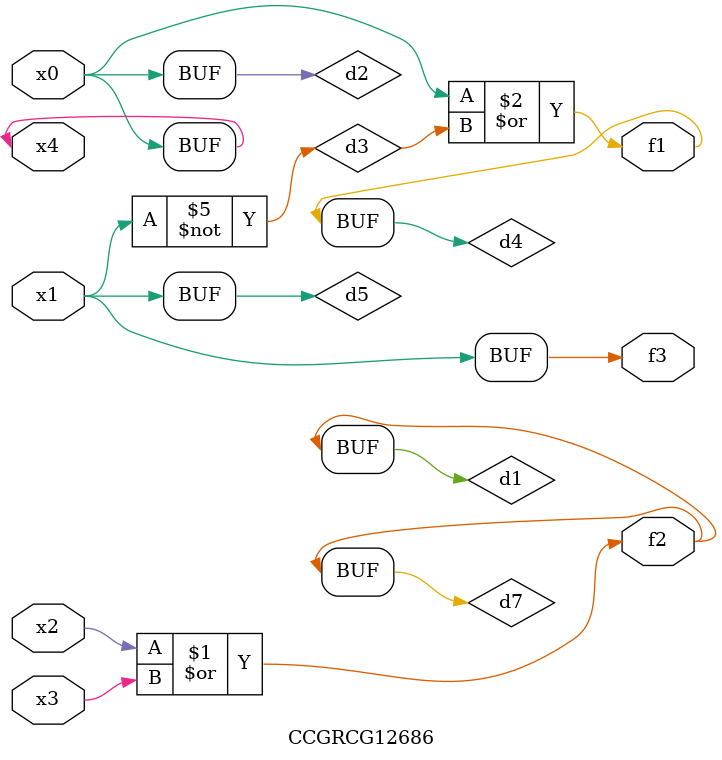
<source format=v>
module CCGRCG12686(
	input x0, x1, x2, x3, x4,
	output f1, f2, f3
);

	wire d1, d2, d3, d4, d5, d6, d7;

	or (d1, x2, x3);
	buf (d2, x0, x4);
	not (d3, x1);
	or (d4, d2, d3);
	not (d5, d3);
	nand (d6, d1, d3);
	or (d7, d1);
	assign f1 = d4;
	assign f2 = d7;
	assign f3 = d5;
endmodule

</source>
